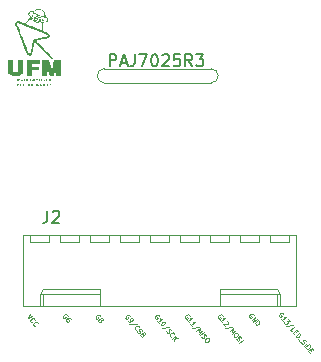
<source format=gbr>
%TF.GenerationSoftware,KiCad,Pcbnew,8.0.6*%
%TF.CreationDate,2024-12-02T01:00:14-05:00*%
%TF.ProjectId,Pixart pcb,50697861-7274-4207-9063-622e6b696361,rev?*%
%TF.SameCoordinates,Original*%
%TF.FileFunction,Legend,Top*%
%TF.FilePolarity,Positive*%
%FSLAX46Y46*%
G04 Gerber Fmt 4.6, Leading zero omitted, Abs format (unit mm)*
G04 Created by KiCad (PCBNEW 8.0.6) date 2024-12-02 01:00:14*
%MOMM*%
%LPD*%
G01*
G04 APERTURE LIST*
%ADD10C,0.150000*%
%ADD11C,0.100000*%
%ADD12C,0.120000*%
%ADD13C,0.000000*%
G04 APERTURE END LIST*
D10*
X121847619Y-82879819D02*
X121847619Y-81879819D01*
X121847619Y-81879819D02*
X122228571Y-81879819D01*
X122228571Y-81879819D02*
X122323809Y-81927438D01*
X122323809Y-81927438D02*
X122371428Y-81975057D01*
X122371428Y-81975057D02*
X122419047Y-82070295D01*
X122419047Y-82070295D02*
X122419047Y-82213152D01*
X122419047Y-82213152D02*
X122371428Y-82308390D01*
X122371428Y-82308390D02*
X122323809Y-82356009D01*
X122323809Y-82356009D02*
X122228571Y-82403628D01*
X122228571Y-82403628D02*
X121847619Y-82403628D01*
X122800000Y-82594104D02*
X123276190Y-82594104D01*
X122704762Y-82879819D02*
X123038095Y-81879819D01*
X123038095Y-81879819D02*
X123371428Y-82879819D01*
X123990476Y-81879819D02*
X123990476Y-82594104D01*
X123990476Y-82594104D02*
X123942857Y-82736961D01*
X123942857Y-82736961D02*
X123847619Y-82832200D01*
X123847619Y-82832200D02*
X123704762Y-82879819D01*
X123704762Y-82879819D02*
X123609524Y-82879819D01*
X124371429Y-81879819D02*
X125038095Y-81879819D01*
X125038095Y-81879819D02*
X124609524Y-82879819D01*
X125609524Y-81879819D02*
X125704762Y-81879819D01*
X125704762Y-81879819D02*
X125800000Y-81927438D01*
X125800000Y-81927438D02*
X125847619Y-81975057D01*
X125847619Y-81975057D02*
X125895238Y-82070295D01*
X125895238Y-82070295D02*
X125942857Y-82260771D01*
X125942857Y-82260771D02*
X125942857Y-82498866D01*
X125942857Y-82498866D02*
X125895238Y-82689342D01*
X125895238Y-82689342D02*
X125847619Y-82784580D01*
X125847619Y-82784580D02*
X125800000Y-82832200D01*
X125800000Y-82832200D02*
X125704762Y-82879819D01*
X125704762Y-82879819D02*
X125609524Y-82879819D01*
X125609524Y-82879819D02*
X125514286Y-82832200D01*
X125514286Y-82832200D02*
X125466667Y-82784580D01*
X125466667Y-82784580D02*
X125419048Y-82689342D01*
X125419048Y-82689342D02*
X125371429Y-82498866D01*
X125371429Y-82498866D02*
X125371429Y-82260771D01*
X125371429Y-82260771D02*
X125419048Y-82070295D01*
X125419048Y-82070295D02*
X125466667Y-81975057D01*
X125466667Y-81975057D02*
X125514286Y-81927438D01*
X125514286Y-81927438D02*
X125609524Y-81879819D01*
X126323810Y-81975057D02*
X126371429Y-81927438D01*
X126371429Y-81927438D02*
X126466667Y-81879819D01*
X126466667Y-81879819D02*
X126704762Y-81879819D01*
X126704762Y-81879819D02*
X126800000Y-81927438D01*
X126800000Y-81927438D02*
X126847619Y-81975057D01*
X126847619Y-81975057D02*
X126895238Y-82070295D01*
X126895238Y-82070295D02*
X126895238Y-82165533D01*
X126895238Y-82165533D02*
X126847619Y-82308390D01*
X126847619Y-82308390D02*
X126276191Y-82879819D01*
X126276191Y-82879819D02*
X126895238Y-82879819D01*
X127800000Y-81879819D02*
X127323810Y-81879819D01*
X127323810Y-81879819D02*
X127276191Y-82356009D01*
X127276191Y-82356009D02*
X127323810Y-82308390D01*
X127323810Y-82308390D02*
X127419048Y-82260771D01*
X127419048Y-82260771D02*
X127657143Y-82260771D01*
X127657143Y-82260771D02*
X127752381Y-82308390D01*
X127752381Y-82308390D02*
X127800000Y-82356009D01*
X127800000Y-82356009D02*
X127847619Y-82451247D01*
X127847619Y-82451247D02*
X127847619Y-82689342D01*
X127847619Y-82689342D02*
X127800000Y-82784580D01*
X127800000Y-82784580D02*
X127752381Y-82832200D01*
X127752381Y-82832200D02*
X127657143Y-82879819D01*
X127657143Y-82879819D02*
X127419048Y-82879819D01*
X127419048Y-82879819D02*
X127323810Y-82832200D01*
X127323810Y-82832200D02*
X127276191Y-82784580D01*
X128847619Y-82879819D02*
X128514286Y-82403628D01*
X128276191Y-82879819D02*
X128276191Y-81879819D01*
X128276191Y-81879819D02*
X128657143Y-81879819D01*
X128657143Y-81879819D02*
X128752381Y-81927438D01*
X128752381Y-81927438D02*
X128800000Y-81975057D01*
X128800000Y-81975057D02*
X128847619Y-82070295D01*
X128847619Y-82070295D02*
X128847619Y-82213152D01*
X128847619Y-82213152D02*
X128800000Y-82308390D01*
X128800000Y-82308390D02*
X128752381Y-82356009D01*
X128752381Y-82356009D02*
X128657143Y-82403628D01*
X128657143Y-82403628D02*
X128276191Y-82403628D01*
X129180953Y-81879819D02*
X129800000Y-81879819D01*
X129800000Y-81879819D02*
X129466667Y-82260771D01*
X129466667Y-82260771D02*
X129609524Y-82260771D01*
X129609524Y-82260771D02*
X129704762Y-82308390D01*
X129704762Y-82308390D02*
X129752381Y-82356009D01*
X129752381Y-82356009D02*
X129800000Y-82451247D01*
X129800000Y-82451247D02*
X129800000Y-82689342D01*
X129800000Y-82689342D02*
X129752381Y-82784580D01*
X129752381Y-82784580D02*
X129704762Y-82832200D01*
X129704762Y-82832200D02*
X129609524Y-82879819D01*
X129609524Y-82879819D02*
X129323810Y-82879819D01*
X129323810Y-82879819D02*
X129228572Y-82832200D01*
X129228572Y-82832200D02*
X129180953Y-82784580D01*
D11*
X118296495Y-104004178D02*
X118286599Y-103962752D01*
X118286599Y-103962752D02*
X118249868Y-103918978D01*
X118249868Y-103918978D02*
X118198546Y-103887447D01*
X118198546Y-103887447D02*
X118144876Y-103882752D01*
X118144876Y-103882752D02*
X118103450Y-103892648D01*
X118103450Y-103892648D02*
X118032841Y-103927031D01*
X118032841Y-103927031D02*
X117989067Y-103963761D01*
X117989067Y-103963761D02*
X117942945Y-104027327D01*
X117942945Y-104027327D02*
X117926006Y-104066406D01*
X117926006Y-104066406D02*
X117921311Y-104120075D01*
X117921311Y-104120075D02*
X117943450Y-104176093D01*
X117943450Y-104176093D02*
X117967937Y-104205276D01*
X117967937Y-104205276D02*
X118019259Y-104236806D01*
X118019259Y-104236806D02*
X118046094Y-104239154D01*
X118046094Y-104239154D02*
X118148234Y-104153449D01*
X118148234Y-104153449D02*
X118099259Y-104095083D01*
X118543714Y-104269170D02*
X118494740Y-104210804D01*
X118494740Y-104210804D02*
X118455661Y-104193865D01*
X118455661Y-104193865D02*
X118428826Y-104191517D01*
X118428826Y-104191517D02*
X118360565Y-104199066D01*
X118360565Y-104199066D02*
X118289956Y-104233449D01*
X118289956Y-104233449D02*
X118173226Y-104331397D01*
X118173226Y-104331397D02*
X118156287Y-104370476D01*
X118156287Y-104370476D02*
X118153939Y-104397310D01*
X118153939Y-104397310D02*
X118163835Y-104438737D01*
X118163835Y-104438737D02*
X118212809Y-104497102D01*
X118212809Y-104497102D02*
X118251887Y-104514041D01*
X118251887Y-104514041D02*
X118278722Y-104516389D01*
X118278722Y-104516389D02*
X118320148Y-104506493D01*
X118320148Y-104506493D02*
X118393105Y-104445275D01*
X118393105Y-104445275D02*
X118410044Y-104406197D01*
X118410044Y-104406197D02*
X118412392Y-104379362D01*
X118412392Y-104379362D02*
X118402496Y-104337936D01*
X118402496Y-104337936D02*
X118353522Y-104279570D01*
X118353522Y-104279570D02*
X118314443Y-104262631D01*
X118314443Y-104262631D02*
X118287608Y-104260283D01*
X118287608Y-104260283D02*
X118246182Y-104270179D01*
X136571495Y-103904178D02*
X136561599Y-103862752D01*
X136561599Y-103862752D02*
X136524868Y-103818978D01*
X136524868Y-103818978D02*
X136473546Y-103787447D01*
X136473546Y-103787447D02*
X136419876Y-103782752D01*
X136419876Y-103782752D02*
X136378450Y-103792648D01*
X136378450Y-103792648D02*
X136307841Y-103827031D01*
X136307841Y-103827031D02*
X136264067Y-103863761D01*
X136264067Y-103863761D02*
X136217945Y-103927327D01*
X136217945Y-103927327D02*
X136201006Y-103966406D01*
X136201006Y-103966406D02*
X136196311Y-104020075D01*
X136196311Y-104020075D02*
X136218450Y-104076093D01*
X136218450Y-104076093D02*
X136242937Y-104105276D01*
X136242937Y-104105276D02*
X136294259Y-104136806D01*
X136294259Y-104136806D02*
X136321094Y-104139154D01*
X136321094Y-104139154D02*
X136423234Y-104053449D01*
X136423234Y-104053449D02*
X136374259Y-103995083D01*
X136536783Y-104455467D02*
X136389860Y-104280371D01*
X136463322Y-104367919D02*
X136769740Y-104110804D01*
X136769740Y-104110804D02*
X136701478Y-104118352D01*
X136701478Y-104118352D02*
X136647809Y-104113657D01*
X136647809Y-104113657D02*
X136608730Y-104096718D01*
X136928906Y-104300491D02*
X137088072Y-104490178D01*
X137088072Y-104490178D02*
X136885637Y-104485988D01*
X136885637Y-104485988D02*
X136922367Y-104529762D01*
X136922367Y-104529762D02*
X136932263Y-104571188D01*
X136932263Y-104571188D02*
X136929915Y-104598023D01*
X136929915Y-104598023D02*
X136912976Y-104637101D01*
X136912976Y-104637101D02*
X136840020Y-104698319D01*
X136840020Y-104698319D02*
X136798594Y-104708215D01*
X136798594Y-104708215D02*
X136771759Y-104705867D01*
X136771759Y-104705867D02*
X136732680Y-104688928D01*
X136732680Y-104688928D02*
X136659219Y-104601380D01*
X136659219Y-104601380D02*
X136649323Y-104559954D01*
X136649323Y-104559954D02*
X136651671Y-104533119D01*
X137396509Y-104828126D02*
X136782159Y-104896059D01*
X137283641Y-105345538D02*
X137161205Y-105199624D01*
X137161205Y-105199624D02*
X137467623Y-104942509D01*
X137529851Y-105312998D02*
X137615556Y-105415137D01*
X137491782Y-105593591D02*
X137369346Y-105447677D01*
X137369346Y-105447677D02*
X137675764Y-105190562D01*
X137675764Y-105190562D02*
X137798200Y-105336475D01*
X137601974Y-105724913D02*
X137908392Y-105467798D01*
X137908392Y-105467798D02*
X137969610Y-105540754D01*
X137969610Y-105540754D02*
X137991749Y-105596772D01*
X137991749Y-105596772D02*
X137987054Y-105650441D01*
X137987054Y-105650441D02*
X137970115Y-105689520D01*
X137970115Y-105689520D02*
X137923993Y-105753086D01*
X137923993Y-105753086D02*
X137880219Y-105789816D01*
X137880219Y-105789816D02*
X137809610Y-105824199D01*
X137809610Y-105824199D02*
X137768184Y-105834095D01*
X137768184Y-105834095D02*
X137714514Y-105829400D01*
X137714514Y-105829400D02*
X137663192Y-105797869D01*
X137663192Y-105797869D02*
X137601974Y-105724913D01*
X137768689Y-105982861D02*
X137964586Y-106216322D01*
X138057334Y-106237957D02*
X138079474Y-106293974D01*
X138079474Y-106293974D02*
X138140692Y-106366931D01*
X138140692Y-106366931D02*
X138179770Y-106383870D01*
X138179770Y-106383870D02*
X138206605Y-106386218D01*
X138206605Y-106386218D02*
X138248031Y-106376322D01*
X138248031Y-106376322D02*
X138277214Y-106351835D01*
X138277214Y-106351835D02*
X138294153Y-106312756D01*
X138294153Y-106312756D02*
X138296501Y-106285921D01*
X138296501Y-106285921D02*
X138286605Y-106244495D01*
X138286605Y-106244495D02*
X138252222Y-106173886D01*
X138252222Y-106173886D02*
X138242326Y-106132460D01*
X138242326Y-106132460D02*
X138244674Y-106105625D01*
X138244674Y-106105625D02*
X138261613Y-106066547D01*
X138261613Y-106066547D02*
X138290796Y-106042060D01*
X138290796Y-106042060D02*
X138332222Y-106032164D01*
X138332222Y-106032164D02*
X138359057Y-106034511D01*
X138359057Y-106034511D02*
X138398135Y-106051451D01*
X138398135Y-106051451D02*
X138459353Y-106124407D01*
X138459353Y-106124407D02*
X138481492Y-106180425D01*
X138299858Y-106556618D02*
X138606276Y-106299503D01*
X138422293Y-106702531D02*
X138728711Y-106445416D01*
X138728711Y-106445416D02*
X138789929Y-106518372D01*
X138789929Y-106518372D02*
X138812068Y-106574390D01*
X138812068Y-106574390D02*
X138807373Y-106628060D01*
X138807373Y-106628060D02*
X138790434Y-106667138D01*
X138790434Y-106667138D02*
X138744312Y-106730704D01*
X138744312Y-106730704D02*
X138700538Y-106767435D01*
X138700538Y-106767435D02*
X138629929Y-106801818D01*
X138629929Y-106801818D02*
X138588503Y-106811713D01*
X138588503Y-106811713D02*
X138534833Y-106807018D01*
X138534833Y-106807018D02*
X138483511Y-106775487D01*
X138483511Y-106775487D02*
X138422293Y-106702531D01*
X138839913Y-106874269D02*
X138925618Y-106976409D01*
X138801844Y-107154862D02*
X138679408Y-107008949D01*
X138679408Y-107008949D02*
X138985826Y-106751834D01*
X138985826Y-106751834D02*
X139108262Y-106897747D01*
X115139676Y-103862656D02*
X114918963Y-104221910D01*
X114918963Y-104221910D02*
X115311086Y-104066934D01*
X115266479Y-104576797D02*
X115239644Y-104574450D01*
X115239644Y-104574450D02*
X115188322Y-104542919D01*
X115188322Y-104542919D02*
X115163835Y-104513737D01*
X115163835Y-104513737D02*
X115141695Y-104457719D01*
X115141695Y-104457719D02*
X115146391Y-104404049D01*
X115146391Y-104404049D02*
X115163330Y-104364971D01*
X115163330Y-104364971D02*
X115209451Y-104301405D01*
X115209451Y-104301405D02*
X115253225Y-104264674D01*
X115253225Y-104264674D02*
X115323834Y-104230291D01*
X115323834Y-104230291D02*
X115365260Y-104220396D01*
X115365260Y-104220396D02*
X115418930Y-104225091D01*
X115418930Y-104225091D02*
X115470252Y-104256622D01*
X115470252Y-104256622D02*
X115494739Y-104285804D01*
X115494739Y-104285804D02*
X115516879Y-104341822D01*
X115516879Y-104341822D02*
X115514531Y-104368657D01*
X115523594Y-104883215D02*
X115496759Y-104880867D01*
X115496759Y-104880867D02*
X115445437Y-104849337D01*
X115445437Y-104849337D02*
X115420950Y-104820154D01*
X115420950Y-104820154D02*
X115398810Y-104764137D01*
X115398810Y-104764137D02*
X115403506Y-104710467D01*
X115403506Y-104710467D02*
X115420445Y-104671389D01*
X115420445Y-104671389D02*
X115466566Y-104607823D01*
X115466566Y-104607823D02*
X115510340Y-104571092D01*
X115510340Y-104571092D02*
X115580949Y-104536709D01*
X115580949Y-104536709D02*
X115622376Y-104526813D01*
X115622376Y-104526813D02*
X115676045Y-104531509D01*
X115676045Y-104531509D02*
X115727367Y-104563039D01*
X115727367Y-104563039D02*
X115751854Y-104592222D01*
X115751854Y-104592222D02*
X115773994Y-104648239D01*
X115773994Y-104648239D02*
X115771646Y-104675074D01*
X121046495Y-104054178D02*
X121036599Y-104012752D01*
X121036599Y-104012752D02*
X120999868Y-103968978D01*
X120999868Y-103968978D02*
X120948546Y-103937447D01*
X120948546Y-103937447D02*
X120894876Y-103932752D01*
X120894876Y-103932752D02*
X120853450Y-103942648D01*
X120853450Y-103942648D02*
X120782841Y-103977031D01*
X120782841Y-103977031D02*
X120739067Y-104013761D01*
X120739067Y-104013761D02*
X120692945Y-104077327D01*
X120692945Y-104077327D02*
X120676006Y-104116406D01*
X120676006Y-104116406D02*
X120671311Y-104170075D01*
X120671311Y-104170075D02*
X120693450Y-104226093D01*
X120693450Y-104226093D02*
X120717937Y-104255276D01*
X120717937Y-104255276D02*
X120769259Y-104286806D01*
X120769259Y-104286806D02*
X120796094Y-104289154D01*
X120796094Y-104289154D02*
X120898234Y-104203449D01*
X120898234Y-104203449D02*
X120849259Y-104145083D01*
X121088930Y-104341814D02*
X121079035Y-104300388D01*
X121079035Y-104300388D02*
X121081382Y-104273553D01*
X121081382Y-104273553D02*
X121098321Y-104234474D01*
X121098321Y-104234474D02*
X121112913Y-104222231D01*
X121112913Y-104222231D02*
X121154339Y-104212335D01*
X121154339Y-104212335D02*
X121181174Y-104214683D01*
X121181174Y-104214683D02*
X121220252Y-104231622D01*
X121220252Y-104231622D02*
X121269227Y-104289987D01*
X121269227Y-104289987D02*
X121279123Y-104331413D01*
X121279123Y-104331413D02*
X121276775Y-104358248D01*
X121276775Y-104358248D02*
X121259836Y-104397327D01*
X121259836Y-104397327D02*
X121245244Y-104409570D01*
X121245244Y-104409570D02*
X121203818Y-104419466D01*
X121203818Y-104419466D02*
X121176983Y-104417118D01*
X121176983Y-104417118D02*
X121137905Y-104400179D01*
X121137905Y-104400179D02*
X121088930Y-104341814D01*
X121088930Y-104341814D02*
X121049852Y-104324875D01*
X121049852Y-104324875D02*
X121023017Y-104322527D01*
X121023017Y-104322527D02*
X120981591Y-104332423D01*
X120981591Y-104332423D02*
X120923226Y-104381397D01*
X120923226Y-104381397D02*
X120906287Y-104420476D01*
X120906287Y-104420476D02*
X120903939Y-104447310D01*
X120903939Y-104447310D02*
X120913835Y-104488737D01*
X120913835Y-104488737D02*
X120962809Y-104547102D01*
X120962809Y-104547102D02*
X121001887Y-104564041D01*
X121001887Y-104564041D02*
X121028722Y-104566389D01*
X121028722Y-104566389D02*
X121070148Y-104556493D01*
X121070148Y-104556493D02*
X121128514Y-104507519D01*
X121128514Y-104507519D02*
X121145453Y-104468440D01*
X121145453Y-104468440D02*
X121147801Y-104441605D01*
X121147801Y-104441605D02*
X121137905Y-104400179D01*
X134046495Y-103954178D02*
X134036599Y-103912752D01*
X134036599Y-103912752D02*
X133999868Y-103868978D01*
X133999868Y-103868978D02*
X133948546Y-103837447D01*
X133948546Y-103837447D02*
X133894876Y-103832752D01*
X133894876Y-103832752D02*
X133853450Y-103842648D01*
X133853450Y-103842648D02*
X133782841Y-103877031D01*
X133782841Y-103877031D02*
X133739067Y-103913761D01*
X133739067Y-103913761D02*
X133692945Y-103977327D01*
X133692945Y-103977327D02*
X133676006Y-104016406D01*
X133676006Y-104016406D02*
X133671311Y-104070075D01*
X133671311Y-104070075D02*
X133693450Y-104126093D01*
X133693450Y-104126093D02*
X133717937Y-104155276D01*
X133717937Y-104155276D02*
X133769259Y-104186806D01*
X133769259Y-104186806D02*
X133796094Y-104189154D01*
X133796094Y-104189154D02*
X133898234Y-104103449D01*
X133898234Y-104103449D02*
X133849259Y-104045083D01*
X133877104Y-104344963D02*
X134183522Y-104087848D01*
X134183522Y-104087848D02*
X134024027Y-104520059D01*
X134024027Y-104520059D02*
X134330445Y-104262944D01*
X134146463Y-104665972D02*
X134452881Y-104408857D01*
X134452881Y-104408857D02*
X134514098Y-104481814D01*
X134514098Y-104481814D02*
X134536238Y-104537831D01*
X134536238Y-104537831D02*
X134531542Y-104591501D01*
X134531542Y-104591501D02*
X134514603Y-104630579D01*
X134514603Y-104630579D02*
X134468482Y-104694145D01*
X134468482Y-104694145D02*
X134424708Y-104730876D01*
X134424708Y-104730876D02*
X134354099Y-104765259D01*
X134354099Y-104765259D02*
X134312672Y-104775155D01*
X134312672Y-104775155D02*
X134259003Y-104770459D01*
X134259003Y-104770459D02*
X134207681Y-104738929D01*
X134207681Y-104738929D02*
X134146463Y-104665972D01*
X131421495Y-104029178D02*
X131411599Y-103987752D01*
X131411599Y-103987752D02*
X131374868Y-103943978D01*
X131374868Y-103943978D02*
X131323546Y-103912447D01*
X131323546Y-103912447D02*
X131269876Y-103907752D01*
X131269876Y-103907752D02*
X131228450Y-103917648D01*
X131228450Y-103917648D02*
X131157841Y-103952031D01*
X131157841Y-103952031D02*
X131114067Y-103988761D01*
X131114067Y-103988761D02*
X131067945Y-104052327D01*
X131067945Y-104052327D02*
X131051006Y-104091406D01*
X131051006Y-104091406D02*
X131046311Y-104145075D01*
X131046311Y-104145075D02*
X131068450Y-104201093D01*
X131068450Y-104201093D02*
X131092937Y-104230276D01*
X131092937Y-104230276D02*
X131144259Y-104261806D01*
X131144259Y-104261806D02*
X131171094Y-104264154D01*
X131171094Y-104264154D02*
X131273234Y-104178449D01*
X131273234Y-104178449D02*
X131224259Y-104120083D01*
X131386783Y-104580467D02*
X131239860Y-104405371D01*
X131313322Y-104492919D02*
X131619740Y-104235804D01*
X131619740Y-104235804D02*
X131551478Y-104243352D01*
X131551478Y-104243352D02*
X131497809Y-104238657D01*
X131497809Y-104238657D02*
X131458730Y-104221718D01*
X131761967Y-104464570D02*
X131788802Y-104466917D01*
X131788802Y-104466917D02*
X131827880Y-104483856D01*
X131827880Y-104483856D02*
X131889098Y-104556813D01*
X131889098Y-104556813D02*
X131898994Y-104598239D01*
X131898994Y-104598239D02*
X131896646Y-104625074D01*
X131896646Y-104625074D02*
X131879707Y-104664153D01*
X131879707Y-104664153D02*
X131850524Y-104688640D01*
X131850524Y-104688640D02*
X131794507Y-104710779D01*
X131794507Y-104710779D02*
X131472488Y-104682606D01*
X131472488Y-104682606D02*
X131631654Y-104872293D01*
X132246509Y-104953126D02*
X131632159Y-105021059D01*
X132011205Y-105324624D02*
X132317623Y-105067509D01*
X132317623Y-105067509D02*
X132184458Y-105353302D01*
X132184458Y-105353302D02*
X132489033Y-105271788D01*
X132489033Y-105271788D02*
X132182615Y-105528903D01*
X132660443Y-105476067D02*
X132709417Y-105534432D01*
X132709417Y-105534432D02*
X132719313Y-105575858D01*
X132719313Y-105575858D02*
X132714618Y-105629528D01*
X132714618Y-105629528D02*
X132668496Y-105693093D01*
X132668496Y-105693093D02*
X132566357Y-105778798D01*
X132566357Y-105778798D02*
X132495748Y-105813181D01*
X132495748Y-105813181D02*
X132442078Y-105808486D01*
X132442078Y-105808486D02*
X132403000Y-105791547D01*
X132403000Y-105791547D02*
X132354025Y-105733182D01*
X132354025Y-105733182D02*
X132344130Y-105691755D01*
X132344130Y-105691755D02*
X132348825Y-105638086D01*
X132348825Y-105638086D02*
X132394947Y-105574520D01*
X132394947Y-105574520D02*
X132497086Y-105488815D01*
X132497086Y-105488815D02*
X132567695Y-105454432D01*
X132567695Y-105454432D02*
X132621365Y-105459127D01*
X132621365Y-105459127D02*
X132660443Y-105476067D01*
X132576758Y-105968991D02*
X132598897Y-106025008D01*
X132598897Y-106025008D02*
X132660115Y-106097965D01*
X132660115Y-106097965D02*
X132699193Y-106114904D01*
X132699193Y-106114904D02*
X132726028Y-106117252D01*
X132726028Y-106117252D02*
X132767455Y-106107356D01*
X132767455Y-106107356D02*
X132796637Y-106082869D01*
X132796637Y-106082869D02*
X132813576Y-106043790D01*
X132813576Y-106043790D02*
X132815924Y-106016955D01*
X132815924Y-106016955D02*
X132806028Y-105975529D01*
X132806028Y-105975529D02*
X132771645Y-105904920D01*
X132771645Y-105904920D02*
X132761749Y-105863494D01*
X132761749Y-105863494D02*
X132764097Y-105836659D01*
X132764097Y-105836659D02*
X132781036Y-105797581D01*
X132781036Y-105797581D02*
X132810219Y-105773094D01*
X132810219Y-105773094D02*
X132851645Y-105763198D01*
X132851645Y-105763198D02*
X132878480Y-105765546D01*
X132878480Y-105765546D02*
X132917558Y-105782485D01*
X132917558Y-105782485D02*
X132978776Y-105855441D01*
X132978776Y-105855441D02*
X133000916Y-105911459D01*
X132819281Y-106287652D02*
X133125699Y-106030537D01*
X126071495Y-104054178D02*
X126061599Y-104012752D01*
X126061599Y-104012752D02*
X126024868Y-103968978D01*
X126024868Y-103968978D02*
X125973546Y-103937447D01*
X125973546Y-103937447D02*
X125919876Y-103932752D01*
X125919876Y-103932752D02*
X125878450Y-103942648D01*
X125878450Y-103942648D02*
X125807841Y-103977031D01*
X125807841Y-103977031D02*
X125764067Y-104013761D01*
X125764067Y-104013761D02*
X125717945Y-104077327D01*
X125717945Y-104077327D02*
X125701006Y-104116406D01*
X125701006Y-104116406D02*
X125696311Y-104170075D01*
X125696311Y-104170075D02*
X125718450Y-104226093D01*
X125718450Y-104226093D02*
X125742937Y-104255276D01*
X125742937Y-104255276D02*
X125794259Y-104286806D01*
X125794259Y-104286806D02*
X125821094Y-104289154D01*
X125821094Y-104289154D02*
X125923234Y-104203449D01*
X125923234Y-104203449D02*
X125874259Y-104145083D01*
X126036783Y-104605467D02*
X125889860Y-104430371D01*
X125963322Y-104517919D02*
X126269740Y-104260804D01*
X126269740Y-104260804D02*
X126201478Y-104268352D01*
X126201478Y-104268352D02*
X126147809Y-104263657D01*
X126147809Y-104263657D02*
X126108730Y-104246718D01*
X126502367Y-104538039D02*
X126526854Y-104567222D01*
X126526854Y-104567222D02*
X126536750Y-104608648D01*
X126536750Y-104608648D02*
X126534402Y-104635483D01*
X126534402Y-104635483D02*
X126517463Y-104674561D01*
X126517463Y-104674561D02*
X126471342Y-104738127D01*
X126471342Y-104738127D02*
X126398385Y-104799345D01*
X126398385Y-104799345D02*
X126327776Y-104833728D01*
X126327776Y-104833728D02*
X126286350Y-104843624D01*
X126286350Y-104843624D02*
X126259515Y-104841276D01*
X126259515Y-104841276D02*
X126220437Y-104824337D01*
X126220437Y-104824337D02*
X126195949Y-104795154D01*
X126195949Y-104795154D02*
X126186054Y-104753728D01*
X126186054Y-104753728D02*
X126188401Y-104726893D01*
X126188401Y-104726893D02*
X126205340Y-104687815D01*
X126205340Y-104687815D02*
X126251462Y-104624249D01*
X126251462Y-104624249D02*
X126324419Y-104563031D01*
X126324419Y-104563031D02*
X126395028Y-104528648D01*
X126395028Y-104528648D02*
X126436454Y-104518752D01*
X126436454Y-104518752D02*
X126463289Y-104521100D01*
X126463289Y-104521100D02*
X126502367Y-104538039D01*
X126896509Y-104978126D02*
X126282159Y-105046059D01*
X126663553Y-105322790D02*
X126685692Y-105378807D01*
X126685692Y-105378807D02*
X126746910Y-105451764D01*
X126746910Y-105451764D02*
X126785989Y-105468703D01*
X126785989Y-105468703D02*
X126812824Y-105471051D01*
X126812824Y-105471051D02*
X126854250Y-105461155D01*
X126854250Y-105461155D02*
X126883432Y-105436668D01*
X126883432Y-105436668D02*
X126900372Y-105397589D01*
X126900372Y-105397589D02*
X126902719Y-105370754D01*
X126902719Y-105370754D02*
X126892823Y-105329328D01*
X126892823Y-105329328D02*
X126858440Y-105258719D01*
X126858440Y-105258719D02*
X126848545Y-105217293D01*
X126848545Y-105217293D02*
X126850892Y-105190458D01*
X126850892Y-105190458D02*
X126867831Y-105151380D01*
X126867831Y-105151380D02*
X126897014Y-105126892D01*
X126897014Y-105126892D02*
X126938440Y-105116997D01*
X126938440Y-105116997D02*
X126965275Y-105119344D01*
X126965275Y-105119344D02*
X127004354Y-105136283D01*
X127004354Y-105136283D02*
X127065572Y-105209240D01*
X127065572Y-105209240D02*
X127087711Y-105265258D01*
X127082182Y-105792059D02*
X127055347Y-105789712D01*
X127055347Y-105789712D02*
X127004025Y-105758181D01*
X127004025Y-105758181D02*
X126979538Y-105728999D01*
X126979538Y-105728999D02*
X126957398Y-105672981D01*
X126957398Y-105672981D02*
X126962094Y-105619311D01*
X126962094Y-105619311D02*
X126979033Y-105580233D01*
X126979033Y-105580233D02*
X127025155Y-105516667D01*
X127025155Y-105516667D02*
X127068929Y-105479936D01*
X127068929Y-105479936D02*
X127139538Y-105445553D01*
X127139538Y-105445553D02*
X127180964Y-105435658D01*
X127180964Y-105435658D02*
X127234634Y-105440353D01*
X127234634Y-105440353D02*
X127285956Y-105471883D01*
X127285956Y-105471883D02*
X127310443Y-105501066D01*
X127310443Y-105501066D02*
X127332582Y-105557084D01*
X127332582Y-105557084D02*
X127330234Y-105583919D01*
X127163191Y-105947868D02*
X127469609Y-105690753D01*
X127310114Y-106122964D02*
X127375018Y-105844719D01*
X127616532Y-105865849D02*
X127294513Y-105837676D01*
X123571495Y-104054178D02*
X123561599Y-104012752D01*
X123561599Y-104012752D02*
X123524868Y-103968978D01*
X123524868Y-103968978D02*
X123473546Y-103937447D01*
X123473546Y-103937447D02*
X123419876Y-103932752D01*
X123419876Y-103932752D02*
X123378450Y-103942648D01*
X123378450Y-103942648D02*
X123307841Y-103977031D01*
X123307841Y-103977031D02*
X123264067Y-104013761D01*
X123264067Y-104013761D02*
X123217945Y-104077327D01*
X123217945Y-104077327D02*
X123201006Y-104116406D01*
X123201006Y-104116406D02*
X123196311Y-104170075D01*
X123196311Y-104170075D02*
X123218450Y-104226093D01*
X123218450Y-104226093D02*
X123242937Y-104255276D01*
X123242937Y-104255276D02*
X123294259Y-104286806D01*
X123294259Y-104286806D02*
X123321094Y-104289154D01*
X123321094Y-104289154D02*
X123423234Y-104203449D01*
X123423234Y-104203449D02*
X123374259Y-104145083D01*
X123414347Y-104459554D02*
X123463322Y-104517919D01*
X123463322Y-104517919D02*
X123502400Y-104534858D01*
X123502400Y-104534858D02*
X123529235Y-104537206D01*
X123529235Y-104537206D02*
X123597496Y-104529658D01*
X123597496Y-104529658D02*
X123668105Y-104495275D01*
X123668105Y-104495275D02*
X123784836Y-104397327D01*
X123784836Y-104397327D02*
X123801775Y-104358248D01*
X123801775Y-104358248D02*
X123804123Y-104331413D01*
X123804123Y-104331413D02*
X123794227Y-104289987D01*
X123794227Y-104289987D02*
X123745252Y-104231622D01*
X123745252Y-104231622D02*
X123706174Y-104214683D01*
X123706174Y-104214683D02*
X123679339Y-104212335D01*
X123679339Y-104212335D02*
X123637913Y-104222231D01*
X123637913Y-104222231D02*
X123564956Y-104283449D01*
X123564956Y-104283449D02*
X123548017Y-104322527D01*
X123548017Y-104322527D02*
X123545669Y-104349362D01*
X123545669Y-104349362D02*
X123555565Y-104390788D01*
X123555565Y-104390788D02*
X123604539Y-104449153D01*
X123604539Y-104449153D02*
X123643618Y-104466092D01*
X123643618Y-104466092D02*
X123670453Y-104468440D01*
X123670453Y-104468440D02*
X123711879Y-104458544D01*
X124151638Y-104686300D02*
X123537288Y-104754233D01*
X124092440Y-105208407D02*
X124065605Y-105206059D01*
X124065605Y-105206059D02*
X124014283Y-105174529D01*
X124014283Y-105174529D02*
X123989795Y-105145346D01*
X123989795Y-105145346D02*
X123967656Y-105089329D01*
X123967656Y-105089329D02*
X123972352Y-105035659D01*
X123972352Y-105035659D02*
X123989291Y-104996580D01*
X123989291Y-104996580D02*
X124035412Y-104933015D01*
X124035412Y-104933015D02*
X124079186Y-104896284D01*
X124079186Y-104896284D02*
X124149795Y-104861901D01*
X124149795Y-104861901D02*
X124191221Y-104852005D01*
X124191221Y-104852005D02*
X124244891Y-104856701D01*
X124244891Y-104856701D02*
X124296213Y-104888231D01*
X124296213Y-104888231D02*
X124320700Y-104917414D01*
X124320700Y-104917414D02*
X124342840Y-104973431D01*
X124342840Y-104973431D02*
X124340492Y-105000266D01*
X124175797Y-105337381D02*
X124197936Y-105393399D01*
X124197936Y-105393399D02*
X124259154Y-105466355D01*
X124259154Y-105466355D02*
X124298233Y-105483294D01*
X124298233Y-105483294D02*
X124325067Y-105485642D01*
X124325067Y-105485642D02*
X124366494Y-105475746D01*
X124366494Y-105475746D02*
X124395676Y-105451259D01*
X124395676Y-105451259D02*
X124412615Y-105412181D01*
X124412615Y-105412181D02*
X124414963Y-105385346D01*
X124414963Y-105385346D02*
X124405067Y-105343920D01*
X124405067Y-105343920D02*
X124370684Y-105273311D01*
X124370684Y-105273311D02*
X124360788Y-105231884D01*
X124360788Y-105231884D02*
X124363136Y-105205050D01*
X124363136Y-105205050D02*
X124380075Y-105165971D01*
X124380075Y-105165971D02*
X124409258Y-105141484D01*
X124409258Y-105141484D02*
X124450684Y-105131588D01*
X124450684Y-105131588D02*
X124477519Y-105133936D01*
X124477519Y-105133936D02*
X124516598Y-105150875D01*
X124516598Y-105150875D02*
X124577815Y-105223832D01*
X124577815Y-105223832D02*
X124599955Y-105279849D01*
X124664530Y-105623502D02*
X124686669Y-105679520D01*
X124686669Y-105679520D02*
X124684321Y-105706355D01*
X124684321Y-105706355D02*
X124667382Y-105745433D01*
X124667382Y-105745433D02*
X124623608Y-105782164D01*
X124623608Y-105782164D02*
X124582182Y-105792060D01*
X124582182Y-105792060D02*
X124555347Y-105789712D01*
X124555347Y-105789712D02*
X124516269Y-105772773D01*
X124516269Y-105772773D02*
X124418320Y-105656042D01*
X124418320Y-105656042D02*
X124724738Y-105398927D01*
X124724738Y-105398927D02*
X124810443Y-105501066D01*
X124810443Y-105501066D02*
X124820339Y-105542493D01*
X124820339Y-105542493D02*
X124817991Y-105569328D01*
X124817991Y-105569328D02*
X124801052Y-105608406D01*
X124801052Y-105608406D02*
X124771869Y-105632893D01*
X124771869Y-105632893D02*
X124730443Y-105642789D01*
X124730443Y-105642789D02*
X124703608Y-105640441D01*
X124703608Y-105640441D02*
X124664530Y-105623502D01*
X124664530Y-105623502D02*
X124578825Y-105521363D01*
X128621495Y-104029178D02*
X128611599Y-103987752D01*
X128611599Y-103987752D02*
X128574868Y-103943978D01*
X128574868Y-103943978D02*
X128523546Y-103912447D01*
X128523546Y-103912447D02*
X128469876Y-103907752D01*
X128469876Y-103907752D02*
X128428450Y-103917648D01*
X128428450Y-103917648D02*
X128357841Y-103952031D01*
X128357841Y-103952031D02*
X128314067Y-103988761D01*
X128314067Y-103988761D02*
X128267945Y-104052327D01*
X128267945Y-104052327D02*
X128251006Y-104091406D01*
X128251006Y-104091406D02*
X128246311Y-104145075D01*
X128246311Y-104145075D02*
X128268450Y-104201093D01*
X128268450Y-104201093D02*
X128292937Y-104230276D01*
X128292937Y-104230276D02*
X128344259Y-104261806D01*
X128344259Y-104261806D02*
X128371094Y-104264154D01*
X128371094Y-104264154D02*
X128473234Y-104178449D01*
X128473234Y-104178449D02*
X128424259Y-104120083D01*
X128586783Y-104580467D02*
X128439860Y-104405371D01*
X128513322Y-104492919D02*
X128819740Y-104235804D01*
X128819740Y-104235804D02*
X128751478Y-104243352D01*
X128751478Y-104243352D02*
X128697809Y-104238657D01*
X128697809Y-104238657D02*
X128658730Y-104221718D01*
X128831654Y-104872293D02*
X128684732Y-104697198D01*
X128758193Y-104784745D02*
X129064611Y-104527630D01*
X129064611Y-104527630D02*
X128996350Y-104535179D01*
X128996350Y-104535179D02*
X128942680Y-104530483D01*
X128942680Y-104530483D02*
X128903601Y-104513544D01*
X129446509Y-104953126D02*
X128832159Y-105021059D01*
X129211205Y-105324624D02*
X129517623Y-105067509D01*
X129517623Y-105067509D02*
X129384458Y-105353302D01*
X129384458Y-105353302D02*
X129689033Y-105271788D01*
X129689033Y-105271788D02*
X129382615Y-105528903D01*
X129505051Y-105674816D02*
X129811469Y-105417701D01*
X129629834Y-105793894D02*
X129651974Y-105849912D01*
X129651974Y-105849912D02*
X129713192Y-105922869D01*
X129713192Y-105922869D02*
X129752270Y-105939808D01*
X129752270Y-105939808D02*
X129779105Y-105942155D01*
X129779105Y-105942155D02*
X129820531Y-105932260D01*
X129820531Y-105932260D02*
X129849714Y-105907772D01*
X129849714Y-105907772D02*
X129866653Y-105868694D01*
X129866653Y-105868694D02*
X129869001Y-105841859D01*
X129869001Y-105841859D02*
X129859105Y-105800433D01*
X129859105Y-105800433D02*
X129824722Y-105729824D01*
X129824722Y-105729824D02*
X129814826Y-105688398D01*
X129814826Y-105688398D02*
X129817174Y-105661563D01*
X129817174Y-105661563D02*
X129834113Y-105622484D01*
X129834113Y-105622484D02*
X129863296Y-105597997D01*
X129863296Y-105597997D02*
X129904722Y-105588101D01*
X129904722Y-105588101D02*
X129931557Y-105590449D01*
X129931557Y-105590449D02*
X129970635Y-105607388D01*
X129970635Y-105607388D02*
X130031853Y-105680345D01*
X130031853Y-105680345D02*
X130053992Y-105736362D01*
X130227750Y-105913806D02*
X130276724Y-105972171D01*
X130276724Y-105972171D02*
X130286620Y-106013597D01*
X130286620Y-106013597D02*
X130281925Y-106067267D01*
X130281925Y-106067267D02*
X130235803Y-106130833D01*
X130235803Y-106130833D02*
X130133664Y-106216538D01*
X130133664Y-106216538D02*
X130063055Y-106250921D01*
X130063055Y-106250921D02*
X130009385Y-106246225D01*
X130009385Y-106246225D02*
X129970306Y-106229286D01*
X129970306Y-106229286D02*
X129921332Y-106170921D01*
X129921332Y-106170921D02*
X129911436Y-106129495D01*
X129911436Y-106129495D02*
X129916132Y-106075825D01*
X129916132Y-106075825D02*
X129962254Y-106012259D01*
X129962254Y-106012259D02*
X130064393Y-105926554D01*
X130064393Y-105926554D02*
X130135002Y-105892171D01*
X130135002Y-105892171D02*
X130188672Y-105896867D01*
X130188672Y-105896867D02*
X130227750Y-105913806D01*
D10*
X116591666Y-95129819D02*
X116591666Y-95844104D01*
X116591666Y-95844104D02*
X116544047Y-95986961D01*
X116544047Y-95986961D02*
X116448809Y-96082200D01*
X116448809Y-96082200D02*
X116305952Y-96129819D01*
X116305952Y-96129819D02*
X116210714Y-96129819D01*
X117020238Y-95225057D02*
X117067857Y-95177438D01*
X117067857Y-95177438D02*
X117163095Y-95129819D01*
X117163095Y-95129819D02*
X117401190Y-95129819D01*
X117401190Y-95129819D02*
X117496428Y-95177438D01*
X117496428Y-95177438D02*
X117544047Y-95225057D01*
X117544047Y-95225057D02*
X117591666Y-95320295D01*
X117591666Y-95320295D02*
X117591666Y-95415533D01*
X117591666Y-95415533D02*
X117544047Y-95558390D01*
X117544047Y-95558390D02*
X116972619Y-96129819D01*
X116972619Y-96129819D02*
X117591666Y-96129819D01*
D11*
%TO.C,PAJ7025R3*%
X125925000Y-83100000D02*
X121400000Y-83100000D01*
X125925000Y-83100000D02*
X130450000Y-83100000D01*
X125925000Y-84300000D02*
X121400000Y-84300000D01*
X125925000Y-84300000D02*
X130450000Y-84300000D01*
X120800000Y-83700000D02*
G75*
G02*
X121400000Y-83100000I600000J0D01*
G01*
X121400000Y-84300000D02*
G75*
G02*
X120800000Y-83700000I0J600000D01*
G01*
X130450000Y-83100000D02*
G75*
G02*
X131050000Y-83700000I0J-600000D01*
G01*
X131050000Y-83700000D02*
G75*
G02*
X130450000Y-84300000I-600000J0D01*
G01*
D12*
%TO.C,J2*%
X114555000Y-97155000D02*
X114555000Y-103155000D01*
X114555000Y-103155000D02*
X137615000Y-103155000D01*
X115125000Y-97155000D02*
X115125000Y-97775000D01*
X115125000Y-97775000D02*
X116725000Y-97775000D01*
X115925000Y-102155000D02*
X116175000Y-101725000D01*
X115925000Y-102155000D02*
X121005000Y-102155000D01*
X115925000Y-103155000D02*
X115925000Y-102155000D01*
X116175000Y-101725000D02*
X121005000Y-101725000D01*
X116175000Y-103155000D02*
X116175000Y-102155000D01*
X116725000Y-97775000D02*
X116725000Y-97155000D01*
X117665000Y-97155000D02*
X117665000Y-97775000D01*
X117665000Y-97775000D02*
X119265000Y-97775000D01*
X119265000Y-97775000D02*
X119265000Y-97155000D01*
X120205000Y-97155000D02*
X120205000Y-97775000D01*
X120205000Y-97775000D02*
X121805000Y-97775000D01*
X121005000Y-101725000D02*
X121005000Y-102155000D01*
X121005000Y-102155000D02*
X121005000Y-103155000D01*
X121805000Y-97775000D02*
X121805000Y-97155000D01*
X122745000Y-97155000D02*
X122745000Y-97775000D01*
X122745000Y-97775000D02*
X124345000Y-97775000D01*
X124345000Y-97775000D02*
X124345000Y-97155000D01*
X125285000Y-97155000D02*
X125285000Y-97775000D01*
X125285000Y-97775000D02*
X126885000Y-97775000D01*
X126885000Y-97775000D02*
X126885000Y-97155000D01*
X127825000Y-97155000D02*
X127825000Y-97775000D01*
X127825000Y-97775000D02*
X129425000Y-97775000D01*
X129425000Y-97775000D02*
X129425000Y-97155000D01*
X130365000Y-97155000D02*
X130365000Y-97775000D01*
X130365000Y-97775000D02*
X131965000Y-97775000D01*
X131165000Y-101725000D02*
X131165000Y-102155000D01*
X131165000Y-102155000D02*
X131165000Y-103155000D01*
X131965000Y-97775000D02*
X131965000Y-97155000D01*
X132905000Y-97155000D02*
X132905000Y-97775000D01*
X132905000Y-97775000D02*
X134505000Y-97775000D01*
X134505000Y-97775000D02*
X134505000Y-97155000D01*
X135445000Y-97155000D02*
X135445000Y-97775000D01*
X135445000Y-97775000D02*
X137045000Y-97775000D01*
X135995000Y-101725000D02*
X131165000Y-101725000D01*
X135995000Y-103155000D02*
X135995000Y-102155000D01*
X136245000Y-102155000D02*
X131165000Y-102155000D01*
X136245000Y-102155000D02*
X135995000Y-101725000D01*
X136245000Y-103155000D02*
X136245000Y-102155000D01*
X137045000Y-97775000D02*
X137045000Y-97155000D01*
X137615000Y-97155000D02*
X114555000Y-97155000D01*
X137615000Y-103155000D02*
X137615000Y-97155000D01*
D13*
%TO.C,G\u002A\u002A\u002A*%
G36*
X114627662Y-84411528D02*
G01*
X114640791Y-84436826D01*
X114623259Y-84492179D01*
X114588990Y-84561046D01*
X114559254Y-84570956D01*
X114532737Y-84524704D01*
X114508326Y-84461885D01*
X114498378Y-84439637D01*
X114511530Y-84415696D01*
X114568960Y-84407112D01*
X114627662Y-84411528D01*
G37*
G36*
X114685442Y-84002862D02*
G01*
X114694383Y-84065723D01*
X114694385Y-84066844D01*
X114685688Y-84130085D01*
X114664735Y-84156908D01*
X114664361Y-84156915D01*
X114643281Y-84130825D01*
X114634340Y-84067964D01*
X114634338Y-84066844D01*
X114643034Y-84003602D01*
X114663988Y-83976780D01*
X114664361Y-83976773D01*
X114685442Y-84002862D01*
G37*
G36*
X114805537Y-84423193D02*
G01*
X114814477Y-84486054D01*
X114814480Y-84487175D01*
X114805783Y-84550416D01*
X114784829Y-84577239D01*
X114784456Y-84577246D01*
X114763375Y-84551156D01*
X114754435Y-84488295D01*
X114754432Y-84487175D01*
X114763129Y-84423933D01*
X114784082Y-84397111D01*
X114784456Y-84397104D01*
X114805537Y-84423193D01*
G37*
G36*
X115946435Y-84002862D02*
G01*
X115955376Y-84065723D01*
X115955378Y-84066844D01*
X115946681Y-84130085D01*
X115925728Y-84156908D01*
X115925354Y-84156915D01*
X115904274Y-84130825D01*
X115895333Y-84067964D01*
X115895331Y-84066844D01*
X115904027Y-84003602D01*
X115924981Y-83976780D01*
X115925354Y-83976773D01*
X115946435Y-84002862D01*
G37*
G36*
X116336742Y-84002862D02*
G01*
X116345683Y-84065723D01*
X116345685Y-84066844D01*
X116336989Y-84130085D01*
X116316035Y-84156908D01*
X116315662Y-84156915D01*
X116294581Y-84130825D01*
X116285640Y-84067964D01*
X116285638Y-84066844D01*
X116294334Y-84003602D01*
X116315288Y-83976780D01*
X116315662Y-83976773D01*
X116336742Y-84002862D01*
G37*
G36*
X114328675Y-84422183D02*
G01*
X114334101Y-84455659D01*
X114357895Y-84518466D01*
X114386643Y-84544817D01*
X114415689Y-84566574D01*
X114394172Y-84575045D01*
X114356619Y-84576333D01*
X114297989Y-84568710D01*
X114276397Y-84531608D01*
X114274054Y-84487175D01*
X114282751Y-84423933D01*
X114303704Y-84397111D01*
X114304078Y-84397104D01*
X114328675Y-84422183D01*
G37*
G36*
X115774585Y-83984264D02*
G01*
X115787711Y-83993970D01*
X115782742Y-83996657D01*
X115753722Y-84035046D01*
X115745212Y-84084357D01*
X115734613Y-84139573D01*
X115715189Y-84156915D01*
X115689951Y-84132054D01*
X115685165Y-84102872D01*
X115666156Y-84036273D01*
X115649137Y-84012801D01*
X115637290Y-83988773D01*
X115672411Y-83979420D01*
X115716690Y-83979143D01*
X115774585Y-83984264D01*
G37*
G36*
X114159841Y-84376516D02*
G01*
X114183054Y-84411627D01*
X114183983Y-84427127D01*
X114162753Y-84477306D01*
X114123936Y-84487175D01*
X114075034Y-84505948D01*
X114063889Y-84532210D01*
X114047677Y-84572165D01*
X114033865Y-84577246D01*
X114014020Y-84550852D01*
X114004101Y-84485953D01*
X114003841Y-84472163D01*
X114008862Y-84401562D01*
X114034331Y-84372604D01*
X114093912Y-84367080D01*
X114159841Y-84376516D01*
G37*
G36*
X116400947Y-84421964D02*
G01*
X116405733Y-84451146D01*
X116385428Y-84519360D01*
X116337082Y-84565008D01*
X116279549Y-84575602D01*
X116245606Y-84557230D01*
X116228299Y-84513683D01*
X116227276Y-84454183D01*
X116240753Y-84407301D01*
X116255614Y-84397104D01*
X116280008Y-84422250D01*
X116285638Y-84457151D01*
X116298211Y-84505938D01*
X116315662Y-84517198D01*
X116340055Y-84492052D01*
X116345685Y-84457151D01*
X116358258Y-84408364D01*
X116375709Y-84397104D01*
X116400947Y-84421964D01*
G37*
G36*
X114087258Y-83972277D02*
G01*
X114099330Y-84014302D01*
X114121075Y-84067153D01*
X114152555Y-84067434D01*
X114177045Y-84016478D01*
X114178565Y-84007986D01*
X114200144Y-83954876D01*
X114227823Y-83954699D01*
X114243753Y-84005325D01*
X114244030Y-84015803D01*
X114224333Y-84094344D01*
X114175708Y-84146768D01*
X114138948Y-84156915D01*
X114090488Y-84137659D01*
X114069893Y-84120886D01*
X114043829Y-84071872D01*
X114034549Y-84009902D01*
X114043234Y-83960402D01*
X114061800Y-83946749D01*
X114087258Y-83972277D01*
G37*
G36*
X115344559Y-84410068D02*
G01*
X115354905Y-84427127D01*
X115330587Y-84453764D01*
X115309870Y-84457151D01*
X115269893Y-84471870D01*
X115264834Y-84484364D01*
X115288765Y-84499749D01*
X115325328Y-84495757D01*
X115368641Y-84493264D01*
X115368046Y-84526213D01*
X115367151Y-84528592D01*
X115326412Y-84567763D01*
X115266668Y-84575335D01*
X115219869Y-84547332D01*
X115219633Y-84546953D01*
X115211202Y-84487050D01*
X115239459Y-84427972D01*
X115290073Y-84397515D01*
X115296881Y-84397104D01*
X115344559Y-84410068D01*
G37*
G36*
X115385915Y-78573812D02*
G01*
X115399941Y-78632565D01*
X115383439Y-78694414D01*
X115332253Y-78717235D01*
X115268921Y-78706330D01*
X115246476Y-78679706D01*
X115242238Y-78632565D01*
X115309870Y-78632565D01*
X115312250Y-78660231D01*
X115323110Y-78662588D01*
X115353683Y-78640794D01*
X115354905Y-78632565D01*
X115344661Y-78603322D01*
X115341665Y-78602541D01*
X115316032Y-78623580D01*
X115309870Y-78632565D01*
X115242238Y-78632565D01*
X115239793Y-78605376D01*
X115275762Y-78556898D01*
X115332253Y-78547894D01*
X115385915Y-78573812D01*
G37*
G36*
X115925354Y-82520626D02*
G01*
X115925354Y-82685756D01*
X115610106Y-82685756D01*
X115294858Y-82685756D01*
X115294858Y-82805851D01*
X115294858Y-82925945D01*
X115565071Y-82925945D01*
X115835283Y-82925945D01*
X115835283Y-83076063D01*
X115835283Y-83226182D01*
X115565071Y-83226182D01*
X115294858Y-83226182D01*
X115294858Y-83466371D01*
X115294858Y-83706560D01*
X115084692Y-83706560D01*
X114874527Y-83706560D01*
X114874527Y-83031028D01*
X114874527Y-82355496D01*
X115399941Y-82355496D01*
X115925354Y-82355496D01*
X115925354Y-82520626D01*
G37*
G36*
X116081292Y-84438537D02*
G01*
X116090484Y-84487175D01*
X116071922Y-84545863D01*
X116030122Y-84573651D01*
X115985914Y-84562562D01*
X115967087Y-84534429D01*
X115962544Y-84487175D01*
X116015425Y-84487175D01*
X116038272Y-84516326D01*
X116045449Y-84517198D01*
X116074600Y-84494351D01*
X116075472Y-84487175D01*
X116052625Y-84458023D01*
X116045449Y-84457151D01*
X116016298Y-84479998D01*
X116015425Y-84487175D01*
X115962544Y-84487175D01*
X115960376Y-84464629D01*
X115989001Y-84414392D01*
X116037852Y-84402802D01*
X116081292Y-84438537D01*
G37*
G36*
X116163797Y-83985855D02*
G01*
X116165111Y-83995257D01*
X116158037Y-83997469D01*
X116113532Y-84021144D01*
X116105496Y-84036820D01*
X116130197Y-84064977D01*
X116158037Y-84076171D01*
X116184764Y-84087019D01*
X116154136Y-84092734D01*
X116143026Y-84093384D01*
X116090230Y-84107454D01*
X116075472Y-84126891D01*
X116052625Y-84156042D01*
X116045449Y-84156915D01*
X116024368Y-84130825D01*
X116015428Y-84067964D01*
X116015425Y-84066844D01*
X116021637Y-84005115D01*
X116052734Y-83981971D01*
X116113002Y-83980255D01*
X116163797Y-83985855D01*
G37*
G36*
X116256601Y-78934096D02*
G01*
X116270626Y-78992848D01*
X116254125Y-79054698D01*
X116202939Y-79077519D01*
X116139607Y-79066614D01*
X116117162Y-79039990D01*
X116111878Y-78981218D01*
X116175864Y-78981218D01*
X116180555Y-78992848D01*
X116207535Y-79021490D01*
X116212351Y-79022872D01*
X116225246Y-78999643D01*
X116225591Y-78992848D01*
X116202510Y-78963978D01*
X116193795Y-78962825D01*
X116175864Y-78981218D01*
X116111878Y-78981218D01*
X116110479Y-78965659D01*
X116146447Y-78917182D01*
X116202939Y-78908178D01*
X116256601Y-78934096D01*
G37*
G36*
X116636798Y-84403269D02*
G01*
X116622860Y-84422102D01*
X116619802Y-84424079D01*
X116596840Y-84449940D01*
X116627076Y-84477189D01*
X116631523Y-84479713D01*
X116666737Y-84517718D01*
X116651552Y-84552737D01*
X116594928Y-84572722D01*
X116561585Y-84573763D01*
X116515232Y-84568264D01*
X116528283Y-84558118D01*
X116535492Y-84556134D01*
X116573184Y-84541879D01*
X116559457Y-84520042D01*
X116538411Y-84504124D01*
X116505225Y-84457333D01*
X116523590Y-84416927D01*
X116585609Y-84397739D01*
X116595152Y-84397563D01*
X116636798Y-84403269D01*
G37*
G36*
X115784140Y-78807011D02*
G01*
X115822872Y-78862392D01*
X115824573Y-78917407D01*
X115783955Y-78954686D01*
X115723551Y-78959570D01*
X115674005Y-78931986D01*
X115665999Y-78917789D01*
X115662222Y-78870982D01*
X115715189Y-78870982D01*
X115736983Y-78901556D01*
X115745212Y-78902777D01*
X115774455Y-78892534D01*
X115775236Y-78889538D01*
X115754197Y-78863904D01*
X115745212Y-78857742D01*
X115717546Y-78860122D01*
X115715189Y-78870982D01*
X115662222Y-78870982D01*
X115660508Y-78849735D01*
X115688812Y-78797211D01*
X115725582Y-78782683D01*
X115784140Y-78807011D01*
G37*
G36*
X116036336Y-78891988D02*
G01*
X116057574Y-78944845D01*
X116040335Y-79000354D01*
X115991600Y-79047416D01*
X115931276Y-79039460D01*
X115895648Y-79008243D01*
X115873790Y-78951195D01*
X115935675Y-78951195D01*
X115940366Y-78962825D01*
X115967346Y-78991467D01*
X115972162Y-78992848D01*
X115985057Y-78969619D01*
X115985402Y-78962825D01*
X115962321Y-78933955D01*
X115953606Y-78932801D01*
X115935675Y-78951195D01*
X115873790Y-78951195D01*
X115871471Y-78945142D01*
X115897873Y-78894139D01*
X115965631Y-78872759D01*
X115966945Y-78872754D01*
X116036336Y-78891988D01*
G37*
G36*
X114867021Y-83982284D02*
G01*
X114928866Y-84001402D01*
X114949037Y-84050124D01*
X114949586Y-84066844D01*
X114936384Y-84124586D01*
X114885343Y-84148796D01*
X114867021Y-84151403D01*
X114809624Y-84151324D01*
X114787613Y-84121349D01*
X114784456Y-84066844D01*
X114844503Y-84066844D01*
X114850558Y-84114565D01*
X114873197Y-84109769D01*
X114880532Y-84102872D01*
X114901101Y-84062016D01*
X114880532Y-84030815D01*
X114853644Y-84016037D01*
X114844722Y-84052393D01*
X114844503Y-84066844D01*
X114784456Y-84066844D01*
X114790322Y-84002131D01*
X114818857Y-83980339D01*
X114867021Y-83982284D01*
G37*
G36*
X115220662Y-83982532D02*
G01*
X115218776Y-83993177D01*
X115189775Y-84006796D01*
X115151002Y-84026602D01*
X115166686Y-84033825D01*
X115182269Y-84034710D01*
X115226883Y-84050716D01*
X115234811Y-84066844D01*
X115209935Y-84093337D01*
X115182269Y-84098977D01*
X115150135Y-84103861D01*
X115171818Y-84118948D01*
X115189775Y-84126891D01*
X115225365Y-84145325D01*
X115208779Y-84152902D01*
X115167257Y-84154804D01*
X115108696Y-84148206D01*
X115087090Y-84111936D01*
X115084692Y-84066844D01*
X115092113Y-84003148D01*
X115125866Y-83980441D01*
X115167257Y-83978883D01*
X115220662Y-83982532D01*
G37*
G36*
X115592127Y-78713531D02*
G01*
X115618895Y-78764436D01*
X115595232Y-78827549D01*
X115594777Y-78828101D01*
X115532594Y-78869584D01*
X115469622Y-78852549D01*
X115448134Y-78831524D01*
X115431127Y-78782683D01*
X115505023Y-78782683D01*
X115515267Y-78811926D01*
X115518263Y-78812707D01*
X115543896Y-78791668D01*
X115550059Y-78782683D01*
X115547678Y-78755017D01*
X115536819Y-78752659D01*
X115506245Y-78774454D01*
X115505023Y-78782683D01*
X115431127Y-78782683D01*
X115426747Y-78770103D01*
X115453594Y-78717286D01*
X115517896Y-78692762D01*
X115524190Y-78692612D01*
X115592127Y-78713531D01*
G37*
G36*
X116571726Y-83982532D02*
G01*
X116569839Y-83993177D01*
X116540839Y-84006796D01*
X116502065Y-84026602D01*
X116517750Y-84033825D01*
X116533333Y-84034710D01*
X116577947Y-84050716D01*
X116585874Y-84066844D01*
X116560999Y-84093337D01*
X116533333Y-84098977D01*
X116501199Y-84103861D01*
X116522882Y-84118948D01*
X116540839Y-84126891D01*
X116576429Y-84145325D01*
X116559843Y-84152902D01*
X116518321Y-84154804D01*
X116459760Y-84148206D01*
X116438154Y-84111936D01*
X116435756Y-84066844D01*
X116443176Y-84003148D01*
X116476930Y-83980441D01*
X116518321Y-83978883D01*
X116571726Y-83982532D01*
G37*
G36*
X116901986Y-84402863D02*
G01*
X116900099Y-84413508D01*
X116871099Y-84427127D01*
X116832326Y-84446933D01*
X116848010Y-84454156D01*
X116863593Y-84455041D01*
X116908207Y-84471047D01*
X116916134Y-84487175D01*
X116891259Y-84513667D01*
X116863593Y-84519308D01*
X116831459Y-84524192D01*
X116853142Y-84539279D01*
X116871099Y-84547222D01*
X116906689Y-84565656D01*
X116890103Y-84573233D01*
X116848581Y-84575135D01*
X116790020Y-84568537D01*
X116768414Y-84532267D01*
X116766016Y-84487175D01*
X116773436Y-84423479D01*
X116807190Y-84400772D01*
X116848581Y-84399214D01*
X116901986Y-84402863D01*
G37*
G36*
X115822227Y-84388242D02*
G01*
X115835027Y-84457627D01*
X115835283Y-84472163D01*
X115827742Y-84541619D01*
X115809200Y-84576338D01*
X115805260Y-84577246D01*
X115777786Y-84553314D01*
X115775236Y-84537214D01*
X115751097Y-84501782D01*
X115730201Y-84497182D01*
X115690340Y-84518640D01*
X115685165Y-84537214D01*
X115667217Y-84573845D01*
X115655142Y-84577246D01*
X115635297Y-84550852D01*
X115625377Y-84485953D01*
X115625118Y-84472163D01*
X115633376Y-84392647D01*
X115659570Y-84369149D01*
X115705795Y-84399720D01*
X115742036Y-84416122D01*
X115758607Y-84399720D01*
X115794653Y-84366955D01*
X115822227Y-84388242D01*
G37*
G36*
X116788534Y-83982284D02*
G01*
X116850379Y-84001402D01*
X116870550Y-84050124D01*
X116871099Y-84066844D01*
X116857897Y-84124586D01*
X116806856Y-84148796D01*
X116788534Y-84151403D01*
X116731137Y-84151324D01*
X116709126Y-84121349D01*
X116706941Y-84083627D01*
X116766016Y-84083627D01*
X116780571Y-84114704D01*
X116796040Y-84111879D01*
X116824918Y-84073495D01*
X116826063Y-84065072D01*
X116803163Y-84037629D01*
X116796040Y-84036820D01*
X116769691Y-84061258D01*
X116766016Y-84083627D01*
X116706941Y-84083627D01*
X116705969Y-84066844D01*
X116711835Y-84002131D01*
X116740370Y-83980339D01*
X116788534Y-83982284D01*
G37*
G36*
X114535324Y-84002862D02*
G01*
X114544264Y-84065723D01*
X114544267Y-84066844D01*
X114527960Y-84136490D01*
X114488586Y-84157389D01*
X114440462Y-84124974D01*
X114426577Y-84104373D01*
X114402534Y-84067843D01*
X114395655Y-84083873D01*
X114395062Y-84104373D01*
X114380101Y-84148956D01*
X114364125Y-84156915D01*
X114343044Y-84130825D01*
X114334104Y-84067964D01*
X114334101Y-84066844D01*
X114340933Y-83996808D01*
X114366895Y-83981794D01*
X114420189Y-84018324D01*
X114429314Y-84026461D01*
X114470035Y-84059430D01*
X114483181Y-84050414D01*
X114484220Y-84026461D01*
X114499095Y-83983607D01*
X114514243Y-83976773D01*
X114535324Y-84002862D01*
G37*
G36*
X115105773Y-84423193D02*
G01*
X115114714Y-84486054D01*
X115114716Y-84487175D01*
X115098409Y-84556821D01*
X115059035Y-84577720D01*
X115010911Y-84545305D01*
X114997026Y-84524704D01*
X114972983Y-84488174D01*
X114966104Y-84504204D01*
X114965511Y-84524704D01*
X114950550Y-84569287D01*
X114934574Y-84577246D01*
X114913494Y-84551156D01*
X114904553Y-84488295D01*
X114904550Y-84487175D01*
X114911382Y-84417139D01*
X114937344Y-84402125D01*
X114990638Y-84438655D01*
X114999763Y-84446792D01*
X115040485Y-84479761D01*
X115053630Y-84470745D01*
X115054669Y-84446792D01*
X115069544Y-84403938D01*
X115084692Y-84397104D01*
X115105773Y-84423193D01*
G37*
G36*
X115526104Y-84002862D02*
G01*
X115535045Y-84065723D01*
X115535047Y-84066844D01*
X115518740Y-84136490D01*
X115479366Y-84157389D01*
X115431242Y-84124974D01*
X115417357Y-84104373D01*
X115393314Y-84067843D01*
X115386435Y-84083873D01*
X115385842Y-84104373D01*
X115370881Y-84148956D01*
X115354905Y-84156915D01*
X115333825Y-84130825D01*
X115324884Y-84067964D01*
X115324881Y-84066844D01*
X115331713Y-83996808D01*
X115357675Y-83981794D01*
X115410969Y-84018324D01*
X115420094Y-84026461D01*
X115460816Y-84059430D01*
X115473961Y-84050414D01*
X115475000Y-84026461D01*
X115489875Y-83983607D01*
X115505023Y-83976773D01*
X115526104Y-84002862D01*
G37*
G36*
X113643558Y-82801802D02*
G01*
X113644239Y-82977039D01*
X113647129Y-83102953D01*
X113653496Y-83190259D01*
X113664611Y-83249672D01*
X113681741Y-83291910D01*
X113705784Y-83327215D01*
X113788354Y-83388330D01*
X113893736Y-83409428D01*
X113998904Y-83389285D01*
X114063889Y-83346276D01*
X114086866Y-83318663D01*
X114103133Y-83282589D01*
X114113830Y-83228065D01*
X114120100Y-83145101D01*
X114123084Y-83023708D01*
X114123924Y-82853895D01*
X114123936Y-82820863D01*
X114123936Y-82355496D01*
X114336037Y-82355496D01*
X114548137Y-82355496D01*
X114538696Y-82878816D01*
X114533728Y-83089183D01*
X114525318Y-83248920D01*
X114510283Y-83367445D01*
X114485436Y-83454175D01*
X114447595Y-83518528D01*
X114393575Y-83569921D01*
X114320192Y-83617771D01*
X114281344Y-83639908D01*
X114151555Y-83689447D01*
X113989205Y-83718716D01*
X113819124Y-83725116D01*
X113666138Y-83706046D01*
X113661250Y-83704848D01*
X113486591Y-83637524D01*
X113354736Y-83535611D01*
X113280388Y-83424202D01*
X113258324Y-83366447D01*
X113242739Y-83298707D01*
X113232571Y-83209781D01*
X113226757Y-83088468D01*
X113224235Y-82923570D01*
X113223886Y-82828368D01*
X113223227Y-82355496D01*
X113433392Y-82355496D01*
X113643558Y-82355496D01*
X113643558Y-82801802D01*
G37*
G36*
X116440602Y-82361952D02*
G01*
X116745685Y-82370508D01*
X116826046Y-82670744D01*
X116862437Y-82807342D01*
X116895164Y-82931319D01*
X116919657Y-83025315D01*
X116928632Y-83060627D01*
X116943044Y-83105874D01*
X116958309Y-83119266D01*
X116976689Y-83095656D01*
X117000448Y-83029898D01*
X117031850Y-82916845D01*
X117073156Y-82751351D01*
X117083586Y-82708274D01*
X117168694Y-82355496D01*
X117462745Y-82355496D01*
X117756796Y-82355496D01*
X117756796Y-83031028D01*
X117756796Y-83706560D01*
X117543359Y-83706560D01*
X117329921Y-83706560D01*
X117340847Y-83258559D01*
X117344118Y-83103137D01*
X117345875Y-82972268D01*
X117346064Y-82876092D01*
X117344627Y-82824745D01*
X117343286Y-82819046D01*
X117332713Y-82849526D01*
X117309708Y-82927058D01*
X117277421Y-83040702D01*
X117239001Y-83179520D01*
X117229451Y-83214506D01*
X117189039Y-83362516D01*
X117153265Y-83492737D01*
X117125612Y-83592544D01*
X117109564Y-83649314D01*
X117108167Y-83654019D01*
X117085241Y-83685912D01*
X117031868Y-83702008D01*
X116933655Y-83706557D01*
X116930280Y-83706560D01*
X116768331Y-83706560D01*
X116734461Y-83578959D01*
X116699438Y-83448956D01*
X116660185Y-83306349D01*
X116620065Y-83162965D01*
X116582439Y-83030631D01*
X116550670Y-82921177D01*
X116528118Y-82846429D01*
X116518252Y-82818291D01*
X116516246Y-82843772D01*
X116515855Y-82919115D01*
X116517004Y-83034159D01*
X116519619Y-83178741D01*
X116521445Y-83258559D01*
X116532372Y-83706560D01*
X116333946Y-83706560D01*
X116135520Y-83706560D01*
X116135520Y-83029978D01*
X116135520Y-82353395D01*
X116440602Y-82361952D01*
G37*
G36*
X116016157Y-78058359D02*
G01*
X116165897Y-78130828D01*
X116287735Y-78240000D01*
X116369893Y-78376375D01*
X116396000Y-78472150D01*
X116431359Y-78578515D01*
X116493859Y-78675186D01*
X116496046Y-78677600D01*
X116596410Y-78811962D01*
X116640679Y-78932024D01*
X116629803Y-79034244D01*
X116564733Y-79115078D01*
X116446420Y-79170986D01*
X116358584Y-79189888D01*
X116225591Y-79209832D01*
X116225591Y-79552762D01*
X116225591Y-79895692D01*
X116368203Y-79954009D01*
X116547054Y-80033943D01*
X116672393Y-80107680D01*
X116749636Y-80180570D01*
X116784197Y-80257964D01*
X116781491Y-80345211D01*
X116778279Y-80359188D01*
X116758630Y-80410282D01*
X116722857Y-80452330D01*
X116663009Y-80488649D01*
X116571135Y-80522554D01*
X116439285Y-80557364D01*
X116259509Y-80596394D01*
X116163330Y-80615728D01*
X116001627Y-80648095D01*
X115859098Y-80677280D01*
X115746910Y-80700946D01*
X115676230Y-80716755D01*
X115658935Y-80721308D01*
X115668109Y-80745755D01*
X115718397Y-80809308D01*
X115807552Y-80909535D01*
X115933328Y-81044002D01*
X116093480Y-81210276D01*
X116285761Y-81405923D01*
X116357145Y-81477787D01*
X116529273Y-81652081D01*
X116686401Y-81813953D01*
X116823796Y-81958312D01*
X116936726Y-82080067D01*
X117020458Y-82174125D01*
X117070259Y-82235397D01*
X117082368Y-82257919D01*
X117044076Y-82290073D01*
X117014419Y-82295449D01*
X116980677Y-82274769D01*
X116909950Y-82215841D01*
X116807249Y-82123333D01*
X116677587Y-82001915D01*
X116525976Y-81856254D01*
X116357430Y-81691019D01*
X116240368Y-81574531D01*
X116040712Y-81375466D01*
X115879066Y-81216200D01*
X115751695Y-81093367D01*
X115654864Y-81003603D01*
X115584839Y-80943544D01*
X115537883Y-80909825D01*
X115510263Y-80899082D01*
X115498755Y-80906505D01*
X115485844Y-80953233D01*
X115464186Y-81047443D01*
X115436277Y-81177632D01*
X115404614Y-81332299D01*
X115386281Y-81424763D01*
X115345327Y-81623820D01*
X115308942Y-81771029D01*
X115273098Y-81873972D01*
X115233764Y-81940228D01*
X115186911Y-81977380D01*
X115128508Y-81993006D01*
X115083040Y-81995212D01*
X115040558Y-81992752D01*
X115001698Y-81982325D01*
X114964041Y-81959364D01*
X114925170Y-81919300D01*
X114882664Y-81857564D01*
X114834105Y-81769589D01*
X114777075Y-81650805D01*
X114709155Y-81496645D01*
X114627925Y-81302540D01*
X114530967Y-81063922D01*
X114415863Y-80776223D01*
X114350110Y-80610931D01*
X114247130Y-80350463D01*
X114151373Y-80105727D01*
X114065088Y-79882657D01*
X113990526Y-79687187D01*
X113929937Y-79525253D01*
X113885569Y-79402788D01*
X113859672Y-79325728D01*
X113853723Y-79301446D01*
X113861590Y-79272942D01*
X114016667Y-79272942D01*
X114024930Y-79306074D01*
X114052849Y-79388056D01*
X114097740Y-79512003D01*
X114156922Y-79671026D01*
X114227709Y-79858241D01*
X114307420Y-80066761D01*
X114393371Y-80289698D01*
X114482879Y-80520167D01*
X114573260Y-80751280D01*
X114661831Y-80976153D01*
X114745909Y-81187897D01*
X114822810Y-81379626D01*
X114889852Y-81544455D01*
X114944351Y-81675496D01*
X114983624Y-81765862D01*
X115004258Y-81807565D01*
X115055206Y-81843453D01*
X115114628Y-81835392D01*
X115156309Y-81788448D01*
X115159611Y-81777541D01*
X115170565Y-81726861D01*
X115190989Y-81628306D01*
X115218630Y-81492896D01*
X115251238Y-81331648D01*
X115280510Y-81185842D01*
X115316000Y-81014808D01*
X115349732Y-80863786D01*
X115379261Y-80742855D01*
X115402143Y-80662093D01*
X115414716Y-80632376D01*
X115452104Y-80617720D01*
X115538947Y-80594209D01*
X115665690Y-80564103D01*
X115822776Y-80529659D01*
X116000651Y-80493137D01*
X116020217Y-80489259D01*
X116199230Y-80452324D01*
X116357926Y-80416579D01*
X116486885Y-80384392D01*
X116576683Y-80358131D01*
X116617899Y-80340162D01*
X116619065Y-80338788D01*
X116626065Y-80283261D01*
X116616679Y-80255459D01*
X116584870Y-80235806D01*
X116503987Y-80197218D01*
X116380934Y-80142486D01*
X116222616Y-80074402D01*
X116035937Y-79995758D01*
X115827803Y-79909345D01*
X115605116Y-79817955D01*
X115374783Y-79724379D01*
X115143707Y-79631409D01*
X114918793Y-79541837D01*
X114706946Y-79458453D01*
X114515070Y-79384050D01*
X114350070Y-79321419D01*
X114306116Y-79305318D01*
X114756899Y-79305318D01*
X114787494Y-79319845D01*
X114864622Y-79352654D01*
X114978959Y-79399999D01*
X115121176Y-79458133D01*
X115281947Y-79523310D01*
X115451946Y-79591783D01*
X115621845Y-79659807D01*
X115782318Y-79723634D01*
X115924038Y-79779520D01*
X116037678Y-79823717D01*
X116113913Y-79852479D01*
X116143026Y-79862089D01*
X116152521Y-79834838D01*
X116160038Y-79760243D01*
X116164609Y-79651001D01*
X116165543Y-79566579D01*
X116165543Y-79269624D01*
X115946706Y-79258573D01*
X115761851Y-79231197D01*
X115577783Y-79172307D01*
X115412018Y-79089580D01*
X115282070Y-78990695D01*
X115246740Y-78951756D01*
X115191874Y-78882994D01*
X115269001Y-78882994D01*
X115285509Y-78906151D01*
X115292464Y-78914637D01*
X115390570Y-79000226D01*
X115529793Y-79079233D01*
X115691212Y-79143885D01*
X115855910Y-79186409D01*
X115985402Y-79199352D01*
X116051393Y-79198803D01*
X116075296Y-79194612D01*
X116052670Y-79183642D01*
X115979073Y-79162752D01*
X115906520Y-79143605D01*
X115762321Y-79098085D01*
X115607360Y-79037459D01*
X115501201Y-78987850D01*
X115382861Y-78926557D01*
X115309899Y-78890469D01*
X115274538Y-78876857D01*
X115269001Y-78882994D01*
X115191874Y-78882994D01*
X115169327Y-78854737D01*
X114956840Y-79073875D01*
X114869459Y-79166301D01*
X114802091Y-79242009D01*
X114762996Y-79291442D01*
X114756899Y-79305318D01*
X114306116Y-79305318D01*
X114218850Y-79273351D01*
X114128315Y-79242639D01*
X114085464Y-79232071D01*
X114031982Y-79252475D01*
X114016667Y-79272942D01*
X113861590Y-79272942D01*
X113871715Y-79236260D01*
X113915076Y-79163144D01*
X113915949Y-79162027D01*
X113988865Y-79103344D01*
X114088344Y-79084042D01*
X114220333Y-79104244D01*
X114390781Y-79164072D01*
X114410026Y-79172178D01*
X114514782Y-79215297D01*
X114599260Y-79247217D01*
X114647353Y-79261904D01*
X114650485Y-79262249D01*
X114681958Y-79241611D01*
X114744092Y-79184914D01*
X114827686Y-79101008D01*
X114916795Y-79006125D01*
X115151946Y-78749188D01*
X115090295Y-78683370D01*
X115024499Y-78590595D01*
X114984092Y-78489029D01*
X114981695Y-78456770D01*
X115054669Y-78456770D01*
X115082578Y-78555189D01*
X115160443Y-78660520D01*
X115279467Y-78767266D01*
X115430852Y-78869932D01*
X115605804Y-78963023D01*
X115795524Y-79041043D01*
X115991218Y-79098496D01*
X116120508Y-79122639D01*
X116248796Y-79127488D01*
X116380647Y-79111794D01*
X116489601Y-79079437D01*
X116518321Y-79064330D01*
X116569182Y-79016322D01*
X116585874Y-78975653D01*
X116568311Y-78904203D01*
X116525732Y-78817188D01*
X116473298Y-78743671D01*
X116456205Y-78727148D01*
X116421670Y-78710682D01*
X116400396Y-78742641D01*
X116393606Y-78766864D01*
X116375638Y-78812700D01*
X116340170Y-78835159D01*
X116269513Y-78842330D01*
X116227694Y-78842730D01*
X116052298Y-78823218D01*
X115860371Y-78769979D01*
X115670817Y-78690962D01*
X115502543Y-78594112D01*
X115374455Y-78487378D01*
X115369496Y-78481981D01*
X115333786Y-78427892D01*
X115335906Y-78407282D01*
X115395652Y-78407282D01*
X115424486Y-78445805D01*
X115482865Y-78498652D01*
X115560448Y-78556528D01*
X115646894Y-78610142D01*
X115652313Y-78613116D01*
X115768085Y-78667470D01*
X115896601Y-78714097D01*
X116025969Y-78750493D01*
X116144295Y-78774158D01*
X116239686Y-78782588D01*
X116300247Y-78773282D01*
X116315662Y-78752659D01*
X116289378Y-78732360D01*
X116225215Y-78722754D01*
X116216409Y-78722636D01*
X116096600Y-78706769D01*
X115947825Y-78664127D01*
X115790463Y-78602150D01*
X115644894Y-78528274D01*
X115589912Y-78493971D01*
X115504483Y-78439840D01*
X115436772Y-78402986D01*
X115406702Y-78392376D01*
X115395652Y-78407282D01*
X115335906Y-78407282D01*
X115339606Y-78371305D01*
X115351374Y-78343100D01*
X115369537Y-78303237D01*
X115474845Y-78303237D01*
X115520803Y-78360184D01*
X115538196Y-78375406D01*
X115702592Y-78487791D01*
X115895203Y-78578730D01*
X116093326Y-78639176D01*
X116252013Y-78659904D01*
X116353495Y-78662588D01*
X116338575Y-78530224D01*
X116291873Y-78368573D01*
X116194487Y-78236189D01*
X116074140Y-78151507D01*
X115919458Y-78100066D01*
X115763442Y-78106066D01*
X115640130Y-78148088D01*
X115531200Y-78204566D01*
X115477208Y-78253823D01*
X115474845Y-78303237D01*
X115369537Y-78303237D01*
X115387394Y-78264044D01*
X115264890Y-78280475D01*
X115147827Y-78308294D01*
X115080772Y-78357522D01*
X115055457Y-78435093D01*
X115054669Y-78456770D01*
X114981695Y-78456770D01*
X114977590Y-78401511D01*
X114980620Y-78389193D01*
X115038056Y-78301641D01*
X115139040Y-78240392D01*
X115270079Y-78212991D01*
X115297135Y-78212234D01*
X115385497Y-78206389D01*
X115446565Y-78191545D01*
X115460253Y-78181781D01*
X115515685Y-78133138D01*
X115609773Y-78086684D01*
X115721416Y-78050517D01*
X115829514Y-78032733D01*
X115850295Y-78032092D01*
X116016157Y-78058359D01*
G37*
%TD*%
M02*

</source>
